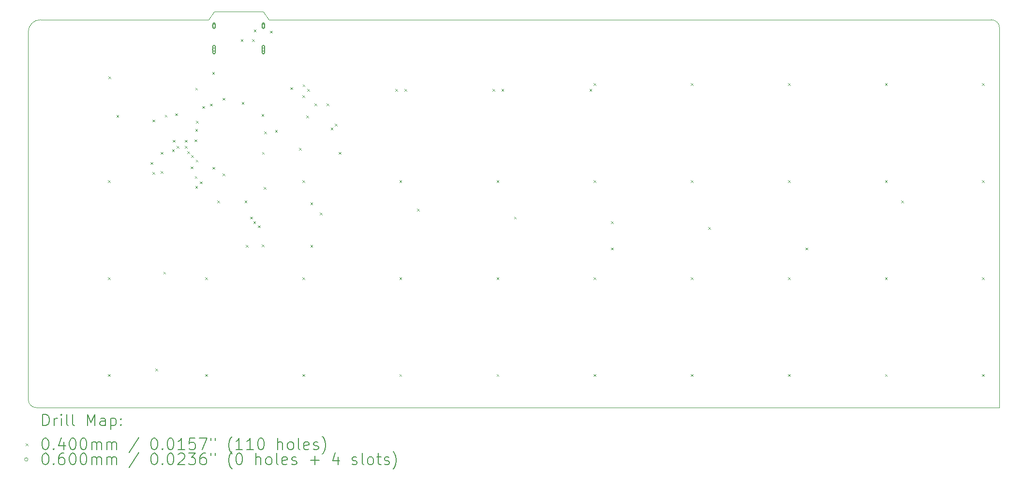
<source format=gbr>
%FSLAX45Y45*%
G04 Gerber Fmt 4.5, Leading zero omitted, Abs format (unit mm)*
G04 Created by KiCad (PCBNEW (6.0.4-0)) date 2023-02-28 22:46:15*
%MOMM*%
%LPD*%
G01*
G04 APERTURE LIST*
%TA.AperFunction,Profile*%
%ADD10C,0.100000*%
%TD*%
%ADD11C,0.200000*%
%ADD12C,0.040000*%
%ADD13C,0.060000*%
G04 APERTURE END LIST*
D10*
X7649996Y-1487496D02*
G75*
G03*
X7437496Y-1699999I4J-212504D01*
G01*
X11545828Y-1345833D02*
X11652078Y-1487499D01*
X10589578Y-1487499D02*
X10554162Y-1487499D01*
X7437496Y-8145829D02*
X7437496Y-1699999D01*
X24437488Y-8287496D02*
X24437488Y-1629166D01*
X7649996Y-1487499D02*
X10554162Y-1487499D01*
X24437491Y-1629166D02*
G75*
G03*
X24295822Y-1487499I-141671J-4D01*
G01*
X24295822Y-1487499D02*
X11687494Y-1487499D01*
X11687494Y-1487499D02*
X11652078Y-1487499D01*
X7579163Y-8287496D02*
X24437488Y-8287496D01*
X10589578Y-1487499D02*
X10695828Y-1345833D01*
X10695828Y-1345833D02*
X11545828Y-1345833D01*
X7437494Y-8145829D02*
G75*
G03*
X7579163Y-8287496I141666J-1D01*
G01*
D11*
D12*
X8834163Y-4300831D02*
X8874163Y-4340831D01*
X8874163Y-4300831D02*
X8834163Y-4340831D01*
X8834163Y-6000830D02*
X8874163Y-6040830D01*
X8874163Y-6000830D02*
X8834163Y-6040830D01*
X8834163Y-7700830D02*
X8874163Y-7740830D01*
X8874163Y-7700830D02*
X8834163Y-7740830D01*
X8840000Y-2480000D02*
X8880000Y-2520000D01*
X8880000Y-2480000D02*
X8840000Y-2520000D01*
X8980044Y-3160044D02*
X9020044Y-3200044D01*
X9020044Y-3160044D02*
X8980044Y-3200044D01*
X9578453Y-3982622D02*
X9618453Y-4022622D01*
X9618453Y-3982622D02*
X9578453Y-4022622D01*
X9613329Y-3238332D02*
X9653329Y-3278332D01*
X9653329Y-3238332D02*
X9613329Y-3278332D01*
X9613329Y-4159165D02*
X9653329Y-4199165D01*
X9653329Y-4159165D02*
X9613329Y-4199165D01*
X9659210Y-7605044D02*
X9699210Y-7645044D01*
X9699210Y-7605044D02*
X9659210Y-7645044D01*
X9754995Y-3804998D02*
X9794995Y-3844998D01*
X9794995Y-3804998D02*
X9754995Y-3844998D01*
X9754995Y-4137498D02*
X9794995Y-4177498D01*
X9794995Y-4137498D02*
X9754995Y-4177498D01*
X9800877Y-5905045D02*
X9840877Y-5945045D01*
X9840877Y-5905045D02*
X9800877Y-5945045D01*
X9826270Y-3153730D02*
X9866270Y-3193730D01*
X9866270Y-3153730D02*
X9826270Y-3193730D01*
X9953542Y-3761219D02*
X9993542Y-3801219D01*
X9993542Y-3761219D02*
X9953542Y-3801219D01*
X9967495Y-3592498D02*
X10007495Y-3632498D01*
X10007495Y-3592498D02*
X9967495Y-3632498D01*
X10006227Y-3128767D02*
X10046227Y-3168767D01*
X10046227Y-3128767D02*
X10006227Y-3168767D01*
X10032550Y-3700000D02*
X10072550Y-3740000D01*
X10072550Y-3700000D02*
X10032550Y-3740000D01*
X10177450Y-3700000D02*
X10217450Y-3740000D01*
X10217450Y-3700000D02*
X10177450Y-3740000D01*
X10179995Y-3592498D02*
X10219995Y-3632498D01*
X10219995Y-3592498D02*
X10179995Y-3632498D01*
X10219726Y-3790569D02*
X10259726Y-3830569D01*
X10259726Y-3790569D02*
X10219726Y-3830569D01*
X10280000Y-4060000D02*
X10320000Y-4100000D01*
X10320000Y-4060000D02*
X10280000Y-4100000D01*
X10290401Y-3861245D02*
X10330401Y-3901245D01*
X10330401Y-3861245D02*
X10290401Y-3901245D01*
X10350360Y-3586149D02*
X10390360Y-3626149D01*
X10390360Y-3586149D02*
X10350360Y-3626149D01*
X10350538Y-4229462D02*
X10390538Y-4269462D01*
X10390538Y-4229462D02*
X10350538Y-4269462D01*
X10360000Y-2680000D02*
X10400000Y-2720000D01*
X10400000Y-2680000D02*
X10360000Y-2720000D01*
X10360000Y-3402450D02*
X10400000Y-3442450D01*
X10400000Y-3402450D02*
X10360000Y-3442450D01*
X10360000Y-4400000D02*
X10400000Y-4440000D01*
X10400000Y-4400000D02*
X10360000Y-4440000D01*
X10368755Y-3939598D02*
X10408755Y-3979598D01*
X10408755Y-3939598D02*
X10368755Y-3979598D01*
X10370000Y-3257550D02*
X10410000Y-3297550D01*
X10410000Y-3257550D02*
X10370000Y-3297550D01*
X10442618Y-4321542D02*
X10482618Y-4361542D01*
X10482618Y-4321542D02*
X10442618Y-4361542D01*
X10484945Y-3002000D02*
X10524945Y-3042000D01*
X10524945Y-3002000D02*
X10484945Y-3042000D01*
X10534162Y-6000830D02*
X10574162Y-6040830D01*
X10574162Y-6000830D02*
X10534162Y-6040830D01*
X10534162Y-7700830D02*
X10574162Y-7740830D01*
X10574162Y-7700830D02*
X10534162Y-7740830D01*
X10615641Y-2959079D02*
X10655641Y-2999079D01*
X10655641Y-2959079D02*
X10615641Y-2999079D01*
X10656000Y-2402000D02*
X10696000Y-2442000D01*
X10696000Y-2402000D02*
X10656000Y-2442000D01*
X10660000Y-4068550D02*
X10700000Y-4108550D01*
X10700000Y-4068550D02*
X10660000Y-4108550D01*
X10746662Y-4654998D02*
X10786662Y-4694998D01*
X10786662Y-4654998D02*
X10746662Y-4694998D01*
X10839995Y-2857550D02*
X10879995Y-2897550D01*
X10879995Y-2857550D02*
X10839995Y-2897550D01*
X10840000Y-4180000D02*
X10880000Y-4220000D01*
X10880000Y-4180000D02*
X10840000Y-4220000D01*
X11155000Y-1830000D02*
X11195000Y-1870000D01*
X11195000Y-1830000D02*
X11155000Y-1870000D01*
X11173898Y-2930000D02*
X11213898Y-2970000D01*
X11213898Y-2930000D02*
X11173898Y-2970000D01*
X11222541Y-4654998D02*
X11262541Y-4694998D01*
X11262541Y-4654998D02*
X11222541Y-4694998D01*
X11242495Y-5434164D02*
X11282495Y-5474164D01*
X11282495Y-5434164D02*
X11242495Y-5474164D01*
X11320000Y-4940000D02*
X11360000Y-4980000D01*
X11360000Y-4940000D02*
X11320000Y-4980000D01*
X11355000Y-1830000D02*
X11395000Y-1870000D01*
X11395000Y-1830000D02*
X11355000Y-1870000D01*
X11375442Y-5023164D02*
X11415442Y-5063164D01*
X11415442Y-5023164D02*
X11375442Y-5063164D01*
X11384161Y-1657550D02*
X11424161Y-1697550D01*
X11424161Y-1657550D02*
X11384161Y-1697550D01*
X11454995Y-5093114D02*
X11494995Y-5133114D01*
X11494995Y-5093114D02*
X11454995Y-5133114D01*
X11520000Y-3141450D02*
X11560000Y-3181450D01*
X11560000Y-3141450D02*
X11520000Y-3181450D01*
X11525828Y-5426329D02*
X11565828Y-5466329D01*
X11565828Y-5426329D02*
X11525828Y-5466329D01*
X11527445Y-3804998D02*
X11567445Y-3844998D01*
X11567445Y-3804998D02*
X11527445Y-3844998D01*
X11560000Y-4420000D02*
X11600000Y-4460000D01*
X11600000Y-4420000D02*
X11560000Y-4460000D01*
X11563836Y-3443836D02*
X11603836Y-3483836D01*
X11603836Y-3443836D02*
X11563836Y-3483836D01*
X11667494Y-1679999D02*
X11707494Y-1719999D01*
X11707494Y-1679999D02*
X11667494Y-1719999D01*
X11756009Y-3420000D02*
X11796009Y-3460000D01*
X11796009Y-3420000D02*
X11756009Y-3460000D01*
X12021661Y-2671665D02*
X12061661Y-2711665D01*
X12061661Y-2671665D02*
X12021661Y-2711665D01*
X12173449Y-3732135D02*
X12213449Y-3772135D01*
X12213449Y-3732135D02*
X12173449Y-3772135D01*
X12234161Y-2813332D02*
X12274161Y-2853332D01*
X12274161Y-2813332D02*
X12234161Y-2853332D01*
X12234161Y-4300831D02*
X12274161Y-4340831D01*
X12274161Y-4300831D02*
X12234161Y-4340831D01*
X12234161Y-6000830D02*
X12274161Y-6040830D01*
X12274161Y-6000830D02*
X12234161Y-6040830D01*
X12234161Y-7700830D02*
X12274161Y-7740830D01*
X12274161Y-7700830D02*
X12234161Y-7740830D01*
X12240000Y-2620000D02*
X12280000Y-2660000D01*
X12280000Y-2620000D02*
X12240000Y-2660000D01*
X12304994Y-3167498D02*
X12344994Y-3207498D01*
X12344994Y-3167498D02*
X12304994Y-3207498D01*
X12320000Y-2700000D02*
X12360000Y-2740000D01*
X12360000Y-2700000D02*
X12320000Y-2740000D01*
X12375827Y-4690098D02*
X12415827Y-4730098D01*
X12415827Y-4690098D02*
X12375827Y-4730098D01*
X12375827Y-5434164D02*
X12415827Y-5474164D01*
X12415827Y-5434164D02*
X12375827Y-5474164D01*
X12446661Y-2954999D02*
X12486661Y-2994999D01*
X12486661Y-2954999D02*
X12446661Y-2994999D01*
X12540000Y-4869950D02*
X12580000Y-4909950D01*
X12580000Y-4869950D02*
X12540000Y-4909950D01*
X12659161Y-2954999D02*
X12699161Y-2994999D01*
X12699161Y-2954999D02*
X12659161Y-2994999D01*
X12729994Y-3379998D02*
X12769994Y-3419998D01*
X12769994Y-3379998D02*
X12729994Y-3419998D01*
X12800827Y-3309165D02*
X12840827Y-3349165D01*
X12840827Y-3309165D02*
X12800827Y-3349165D01*
X12871661Y-3804998D02*
X12911661Y-3844998D01*
X12911661Y-3804998D02*
X12871661Y-3844998D01*
X13860000Y-2700000D02*
X13900000Y-2740000D01*
X13900000Y-2700000D02*
X13860000Y-2740000D01*
X13934160Y-4300831D02*
X13974160Y-4340831D01*
X13974160Y-4300831D02*
X13934160Y-4340831D01*
X13934160Y-6000830D02*
X13974160Y-6040830D01*
X13974160Y-6000830D02*
X13934160Y-6040830D01*
X13934160Y-7700830D02*
X13974160Y-7740830D01*
X13974160Y-7700830D02*
X13934160Y-7740830D01*
X14020000Y-2700000D02*
X14060000Y-2740000D01*
X14060000Y-2700000D02*
X14020000Y-2740000D01*
X14240000Y-4800000D02*
X14280000Y-4840000D01*
X14280000Y-4800000D02*
X14240000Y-4840000D01*
X15560000Y-2700000D02*
X15600000Y-2740000D01*
X15600000Y-2700000D02*
X15560000Y-2740000D01*
X15634159Y-4300831D02*
X15674159Y-4340831D01*
X15674159Y-4300831D02*
X15634159Y-4340831D01*
X15634159Y-6000830D02*
X15674159Y-6040830D01*
X15674159Y-6000830D02*
X15634159Y-6040830D01*
X15634159Y-7700830D02*
X15674159Y-7740830D01*
X15674159Y-7700830D02*
X15634159Y-7740830D01*
X15720000Y-2700000D02*
X15760000Y-2740000D01*
X15760000Y-2700000D02*
X15720000Y-2740000D01*
X15940000Y-4940000D02*
X15980000Y-4980000D01*
X15980000Y-4940000D02*
X15940000Y-4980000D01*
X17260000Y-2700000D02*
X17300000Y-2740000D01*
X17300000Y-2700000D02*
X17260000Y-2740000D01*
X17334159Y-2600832D02*
X17374159Y-2640832D01*
X17374159Y-2600832D02*
X17334159Y-2640832D01*
X17334159Y-4300831D02*
X17374159Y-4340831D01*
X17374159Y-4300831D02*
X17334159Y-4340831D01*
X17334159Y-6000830D02*
X17374159Y-6040830D01*
X17374159Y-6000830D02*
X17334159Y-6040830D01*
X17334159Y-7700830D02*
X17374159Y-7740830D01*
X17374159Y-7700830D02*
X17334159Y-7740830D01*
X17639991Y-5482498D02*
X17679991Y-5522498D01*
X17679991Y-5482498D02*
X17639991Y-5522498D01*
X17640000Y-5020000D02*
X17680000Y-5060000D01*
X17680000Y-5020000D02*
X17640000Y-5060000D01*
X19034158Y-2600832D02*
X19074158Y-2640832D01*
X19074158Y-2600832D02*
X19034158Y-2640832D01*
X19034158Y-4300831D02*
X19074158Y-4340831D01*
X19074158Y-4300831D02*
X19034158Y-4340831D01*
X19034158Y-6000830D02*
X19074158Y-6040830D01*
X19074158Y-6000830D02*
X19034158Y-6040830D01*
X19034158Y-7700830D02*
X19074158Y-7740830D01*
X19074158Y-7700830D02*
X19034158Y-7740830D01*
X19340000Y-5120000D02*
X19380000Y-5160000D01*
X19380000Y-5120000D02*
X19340000Y-5160000D01*
X20734157Y-2600832D02*
X20774157Y-2640832D01*
X20774157Y-2600832D02*
X20734157Y-2640832D01*
X20734157Y-4300831D02*
X20774157Y-4340831D01*
X20774157Y-4300831D02*
X20734157Y-4340831D01*
X20734157Y-6000830D02*
X20774157Y-6040830D01*
X20774157Y-6000830D02*
X20734157Y-6040830D01*
X20734157Y-7700830D02*
X20774157Y-7740830D01*
X20774157Y-7700830D02*
X20734157Y-7740830D01*
X21039990Y-5482498D02*
X21079990Y-5522498D01*
X21079990Y-5482498D02*
X21039990Y-5522498D01*
X22434156Y-2600832D02*
X22474156Y-2640832D01*
X22474156Y-2600832D02*
X22434156Y-2640832D01*
X22434156Y-4300831D02*
X22474156Y-4340831D01*
X22474156Y-4300831D02*
X22434156Y-4340831D01*
X22434156Y-6000830D02*
X22474156Y-6040830D01*
X22474156Y-6000830D02*
X22434156Y-6040830D01*
X22434156Y-7700830D02*
X22474156Y-7740830D01*
X22474156Y-7700830D02*
X22434156Y-7740830D01*
X22717489Y-4654998D02*
X22757489Y-4694998D01*
X22757489Y-4654998D02*
X22717489Y-4694998D01*
X24134155Y-2600832D02*
X24174155Y-2640832D01*
X24174155Y-2600832D02*
X24134155Y-2640832D01*
X24134155Y-4300831D02*
X24174155Y-4340831D01*
X24174155Y-4300831D02*
X24134155Y-4340831D01*
X24134155Y-6000830D02*
X24174155Y-6040830D01*
X24174155Y-6000830D02*
X24134155Y-6040830D01*
X24134155Y-7700830D02*
X24174155Y-7740830D01*
X24174155Y-7700830D02*
X24134155Y-7740830D01*
D13*
X10718828Y-1592499D02*
G75*
G03*
X10718828Y-1592499I-30000J0D01*
G01*
D11*
X10668828Y-1562499D02*
X10668828Y-1622499D01*
X10708828Y-1562499D02*
X10708828Y-1622499D01*
X10668828Y-1622499D02*
G75*
G03*
X10708828Y-1622499I20000J0D01*
G01*
X10708828Y-1562499D02*
G75*
G03*
X10668828Y-1562499I-20000J0D01*
G01*
D13*
X10718828Y-2010499D02*
G75*
G03*
X10718828Y-2010499I-30000J0D01*
G01*
D11*
X10668828Y-1955499D02*
X10668828Y-2065499D01*
X10708828Y-1955499D02*
X10708828Y-2065499D01*
X10668828Y-2065499D02*
G75*
G03*
X10708828Y-2065499I20000J0D01*
G01*
X10708828Y-1955499D02*
G75*
G03*
X10668828Y-1955499I-20000J0D01*
G01*
D13*
X11582828Y-1592499D02*
G75*
G03*
X11582828Y-1592499I-30000J0D01*
G01*
D11*
X11532828Y-1562499D02*
X11532828Y-1622499D01*
X11572828Y-1562499D02*
X11572828Y-1622499D01*
X11532828Y-1622499D02*
G75*
G03*
X11572828Y-1622499I20000J0D01*
G01*
X11572828Y-1562499D02*
G75*
G03*
X11532828Y-1562499I-20000J0D01*
G01*
D13*
X11582828Y-2010499D02*
G75*
G03*
X11582828Y-2010499I-30000J0D01*
G01*
D11*
X11532828Y-1955499D02*
X11532828Y-2065499D01*
X11572828Y-1955499D02*
X11572828Y-2065499D01*
X11532828Y-2065499D02*
G75*
G03*
X11572828Y-2065499I20000J0D01*
G01*
X11572828Y-1955499D02*
G75*
G03*
X11532828Y-1955499I-20000J0D01*
G01*
X7690115Y-8602972D02*
X7690115Y-8402972D01*
X7737734Y-8402972D01*
X7766306Y-8412496D01*
X7785354Y-8431544D01*
X7794877Y-8450591D01*
X7804401Y-8488687D01*
X7804401Y-8517258D01*
X7794877Y-8555353D01*
X7785354Y-8574401D01*
X7766306Y-8593448D01*
X7737734Y-8602972D01*
X7690115Y-8602972D01*
X7890115Y-8602972D02*
X7890115Y-8469639D01*
X7890115Y-8507734D02*
X7899639Y-8488687D01*
X7909163Y-8479163D01*
X7928211Y-8469639D01*
X7947258Y-8469639D01*
X8013925Y-8602972D02*
X8013925Y-8469639D01*
X8013925Y-8402972D02*
X8004401Y-8412496D01*
X8013925Y-8422020D01*
X8023449Y-8412496D01*
X8013925Y-8402972D01*
X8013925Y-8422020D01*
X8137734Y-8602972D02*
X8118687Y-8593448D01*
X8109163Y-8574401D01*
X8109163Y-8402972D01*
X8242496Y-8602972D02*
X8223449Y-8593448D01*
X8213925Y-8574401D01*
X8213925Y-8402972D01*
X8471068Y-8602972D02*
X8471068Y-8402972D01*
X8537735Y-8545829D01*
X8604401Y-8402972D01*
X8604401Y-8602972D01*
X8785354Y-8602972D02*
X8785354Y-8498210D01*
X8775830Y-8479163D01*
X8756782Y-8469639D01*
X8718687Y-8469639D01*
X8699639Y-8479163D01*
X8785354Y-8593448D02*
X8766306Y-8602972D01*
X8718687Y-8602972D01*
X8699639Y-8593448D01*
X8690116Y-8574401D01*
X8690116Y-8555353D01*
X8699639Y-8536306D01*
X8718687Y-8526782D01*
X8766306Y-8526782D01*
X8785354Y-8517258D01*
X8880592Y-8469639D02*
X8880592Y-8669639D01*
X8880592Y-8479163D02*
X8899639Y-8469639D01*
X8937735Y-8469639D01*
X8956782Y-8479163D01*
X8966306Y-8488687D01*
X8975830Y-8507734D01*
X8975830Y-8564877D01*
X8966306Y-8583925D01*
X8956782Y-8593448D01*
X8937735Y-8602972D01*
X8899639Y-8602972D01*
X8880592Y-8593448D01*
X9061544Y-8583925D02*
X9071068Y-8593448D01*
X9061544Y-8602972D01*
X9052020Y-8593448D01*
X9061544Y-8583925D01*
X9061544Y-8602972D01*
X9061544Y-8479163D02*
X9071068Y-8488687D01*
X9061544Y-8498210D01*
X9052020Y-8488687D01*
X9061544Y-8479163D01*
X9061544Y-8498210D01*
D12*
X7392496Y-8912496D02*
X7432496Y-8952496D01*
X7432496Y-8912496D02*
X7392496Y-8952496D01*
D11*
X7728211Y-8822972D02*
X7747258Y-8822972D01*
X7766306Y-8832496D01*
X7775830Y-8842020D01*
X7785354Y-8861068D01*
X7794877Y-8899163D01*
X7794877Y-8946782D01*
X7785354Y-8984877D01*
X7775830Y-9003925D01*
X7766306Y-9013448D01*
X7747258Y-9022972D01*
X7728211Y-9022972D01*
X7709163Y-9013448D01*
X7699639Y-9003925D01*
X7690115Y-8984877D01*
X7680592Y-8946782D01*
X7680592Y-8899163D01*
X7690115Y-8861068D01*
X7699639Y-8842020D01*
X7709163Y-8832496D01*
X7728211Y-8822972D01*
X7880592Y-9003925D02*
X7890115Y-9013448D01*
X7880592Y-9022972D01*
X7871068Y-9013448D01*
X7880592Y-9003925D01*
X7880592Y-9022972D01*
X8061544Y-8889639D02*
X8061544Y-9022972D01*
X8013925Y-8813448D02*
X7966306Y-8956306D01*
X8090115Y-8956306D01*
X8204401Y-8822972D02*
X8223449Y-8822972D01*
X8242496Y-8832496D01*
X8252020Y-8842020D01*
X8261544Y-8861068D01*
X8271068Y-8899163D01*
X8271068Y-8946782D01*
X8261544Y-8984877D01*
X8252020Y-9003925D01*
X8242496Y-9013448D01*
X8223449Y-9022972D01*
X8204401Y-9022972D01*
X8185354Y-9013448D01*
X8175830Y-9003925D01*
X8166306Y-8984877D01*
X8156782Y-8946782D01*
X8156782Y-8899163D01*
X8166306Y-8861068D01*
X8175830Y-8842020D01*
X8185354Y-8832496D01*
X8204401Y-8822972D01*
X8394877Y-8822972D02*
X8413925Y-8822972D01*
X8432973Y-8832496D01*
X8442497Y-8842020D01*
X8452020Y-8861068D01*
X8461544Y-8899163D01*
X8461544Y-8946782D01*
X8452020Y-8984877D01*
X8442497Y-9003925D01*
X8432973Y-9013448D01*
X8413925Y-9022972D01*
X8394877Y-9022972D01*
X8375830Y-9013448D01*
X8366306Y-9003925D01*
X8356782Y-8984877D01*
X8347258Y-8946782D01*
X8347258Y-8899163D01*
X8356782Y-8861068D01*
X8366306Y-8842020D01*
X8375830Y-8832496D01*
X8394877Y-8822972D01*
X8547258Y-9022972D02*
X8547258Y-8889639D01*
X8547258Y-8908687D02*
X8556782Y-8899163D01*
X8575830Y-8889639D01*
X8604401Y-8889639D01*
X8623449Y-8899163D01*
X8632973Y-8918210D01*
X8632973Y-9022972D01*
X8632973Y-8918210D02*
X8642497Y-8899163D01*
X8661544Y-8889639D01*
X8690116Y-8889639D01*
X8709163Y-8899163D01*
X8718687Y-8918210D01*
X8718687Y-9022972D01*
X8813925Y-9022972D02*
X8813925Y-8889639D01*
X8813925Y-8908687D02*
X8823449Y-8899163D01*
X8842497Y-8889639D01*
X8871068Y-8889639D01*
X8890116Y-8899163D01*
X8899639Y-8918210D01*
X8899639Y-9022972D01*
X8899639Y-8918210D02*
X8909163Y-8899163D01*
X8928211Y-8889639D01*
X8956782Y-8889639D01*
X8975830Y-8899163D01*
X8985354Y-8918210D01*
X8985354Y-9022972D01*
X9375830Y-8813448D02*
X9204401Y-9070591D01*
X9632973Y-8822972D02*
X9652020Y-8822972D01*
X9671068Y-8832496D01*
X9680592Y-8842020D01*
X9690116Y-8861068D01*
X9699639Y-8899163D01*
X9699639Y-8946782D01*
X9690116Y-8984877D01*
X9680592Y-9003925D01*
X9671068Y-9013448D01*
X9652020Y-9022972D01*
X9632973Y-9022972D01*
X9613925Y-9013448D01*
X9604401Y-9003925D01*
X9594877Y-8984877D01*
X9585354Y-8946782D01*
X9585354Y-8899163D01*
X9594877Y-8861068D01*
X9604401Y-8842020D01*
X9613925Y-8832496D01*
X9632973Y-8822972D01*
X9785354Y-9003925D02*
X9794877Y-9013448D01*
X9785354Y-9022972D01*
X9775830Y-9013448D01*
X9785354Y-9003925D01*
X9785354Y-9022972D01*
X9918687Y-8822972D02*
X9937735Y-8822972D01*
X9956782Y-8832496D01*
X9966306Y-8842020D01*
X9975830Y-8861068D01*
X9985354Y-8899163D01*
X9985354Y-8946782D01*
X9975830Y-8984877D01*
X9966306Y-9003925D01*
X9956782Y-9013448D01*
X9937735Y-9022972D01*
X9918687Y-9022972D01*
X9899639Y-9013448D01*
X9890116Y-9003925D01*
X9880592Y-8984877D01*
X9871068Y-8946782D01*
X9871068Y-8899163D01*
X9880592Y-8861068D01*
X9890116Y-8842020D01*
X9899639Y-8832496D01*
X9918687Y-8822972D01*
X10175830Y-9022972D02*
X10061544Y-9022972D01*
X10118687Y-9022972D02*
X10118687Y-8822972D01*
X10099639Y-8851544D01*
X10080592Y-8870591D01*
X10061544Y-8880115D01*
X10356782Y-8822972D02*
X10261544Y-8822972D01*
X10252020Y-8918210D01*
X10261544Y-8908687D01*
X10280592Y-8899163D01*
X10328211Y-8899163D01*
X10347258Y-8908687D01*
X10356782Y-8918210D01*
X10366306Y-8937258D01*
X10366306Y-8984877D01*
X10356782Y-9003925D01*
X10347258Y-9013448D01*
X10328211Y-9022972D01*
X10280592Y-9022972D01*
X10261544Y-9013448D01*
X10252020Y-9003925D01*
X10432973Y-8822972D02*
X10566306Y-8822972D01*
X10480592Y-9022972D01*
X10632973Y-8822972D02*
X10632973Y-8861068D01*
X10709163Y-8822972D02*
X10709163Y-8861068D01*
X11004401Y-9099163D02*
X10994877Y-9089639D01*
X10975830Y-9061068D01*
X10966306Y-9042020D01*
X10956782Y-9013448D01*
X10947258Y-8965829D01*
X10947258Y-8927734D01*
X10956782Y-8880115D01*
X10966306Y-8851544D01*
X10975830Y-8832496D01*
X10994877Y-8803925D01*
X11004401Y-8794401D01*
X11185354Y-9022972D02*
X11071068Y-9022972D01*
X11128211Y-9022972D02*
X11128211Y-8822972D01*
X11109163Y-8851544D01*
X11090116Y-8870591D01*
X11071068Y-8880115D01*
X11375830Y-9022972D02*
X11261544Y-9022972D01*
X11318687Y-9022972D02*
X11318687Y-8822972D01*
X11299639Y-8851544D01*
X11280592Y-8870591D01*
X11261544Y-8880115D01*
X11499639Y-8822972D02*
X11518687Y-8822972D01*
X11537734Y-8832496D01*
X11547258Y-8842020D01*
X11556782Y-8861068D01*
X11566306Y-8899163D01*
X11566306Y-8946782D01*
X11556782Y-8984877D01*
X11547258Y-9003925D01*
X11537734Y-9013448D01*
X11518687Y-9022972D01*
X11499639Y-9022972D01*
X11480592Y-9013448D01*
X11471068Y-9003925D01*
X11461544Y-8984877D01*
X11452020Y-8946782D01*
X11452020Y-8899163D01*
X11461544Y-8861068D01*
X11471068Y-8842020D01*
X11480592Y-8832496D01*
X11499639Y-8822972D01*
X11804401Y-9022972D02*
X11804401Y-8822972D01*
X11890115Y-9022972D02*
X11890115Y-8918210D01*
X11880592Y-8899163D01*
X11861544Y-8889639D01*
X11832973Y-8889639D01*
X11813925Y-8899163D01*
X11804401Y-8908687D01*
X12013925Y-9022972D02*
X11994877Y-9013448D01*
X11985354Y-9003925D01*
X11975830Y-8984877D01*
X11975830Y-8927734D01*
X11985354Y-8908687D01*
X11994877Y-8899163D01*
X12013925Y-8889639D01*
X12042496Y-8889639D01*
X12061544Y-8899163D01*
X12071068Y-8908687D01*
X12080592Y-8927734D01*
X12080592Y-8984877D01*
X12071068Y-9003925D01*
X12061544Y-9013448D01*
X12042496Y-9022972D01*
X12013925Y-9022972D01*
X12194877Y-9022972D02*
X12175830Y-9013448D01*
X12166306Y-8994401D01*
X12166306Y-8822972D01*
X12347258Y-9013448D02*
X12328211Y-9022972D01*
X12290115Y-9022972D01*
X12271068Y-9013448D01*
X12261544Y-8994401D01*
X12261544Y-8918210D01*
X12271068Y-8899163D01*
X12290115Y-8889639D01*
X12328211Y-8889639D01*
X12347258Y-8899163D01*
X12356782Y-8918210D01*
X12356782Y-8937258D01*
X12261544Y-8956306D01*
X12432973Y-9013448D02*
X12452020Y-9022972D01*
X12490115Y-9022972D01*
X12509163Y-9013448D01*
X12518687Y-8994401D01*
X12518687Y-8984877D01*
X12509163Y-8965829D01*
X12490115Y-8956306D01*
X12461544Y-8956306D01*
X12442496Y-8946782D01*
X12432973Y-8927734D01*
X12432973Y-8918210D01*
X12442496Y-8899163D01*
X12461544Y-8889639D01*
X12490115Y-8889639D01*
X12509163Y-8899163D01*
X12585354Y-9099163D02*
X12594877Y-9089639D01*
X12613925Y-9061068D01*
X12623449Y-9042020D01*
X12632973Y-9013448D01*
X12642496Y-8965829D01*
X12642496Y-8927734D01*
X12632973Y-8880115D01*
X12623449Y-8851544D01*
X12613925Y-8832496D01*
X12594877Y-8803925D01*
X12585354Y-8794401D01*
D13*
X7432496Y-9196496D02*
G75*
G03*
X7432496Y-9196496I-30000J0D01*
G01*
D11*
X7728211Y-9086972D02*
X7747258Y-9086972D01*
X7766306Y-9096496D01*
X7775830Y-9106020D01*
X7785354Y-9125068D01*
X7794877Y-9163163D01*
X7794877Y-9210782D01*
X7785354Y-9248877D01*
X7775830Y-9267925D01*
X7766306Y-9277448D01*
X7747258Y-9286972D01*
X7728211Y-9286972D01*
X7709163Y-9277448D01*
X7699639Y-9267925D01*
X7690115Y-9248877D01*
X7680592Y-9210782D01*
X7680592Y-9163163D01*
X7690115Y-9125068D01*
X7699639Y-9106020D01*
X7709163Y-9096496D01*
X7728211Y-9086972D01*
X7880592Y-9267925D02*
X7890115Y-9277448D01*
X7880592Y-9286972D01*
X7871068Y-9277448D01*
X7880592Y-9267925D01*
X7880592Y-9286972D01*
X8061544Y-9086972D02*
X8023449Y-9086972D01*
X8004401Y-9096496D01*
X7994877Y-9106020D01*
X7975830Y-9134591D01*
X7966306Y-9172687D01*
X7966306Y-9248877D01*
X7975830Y-9267925D01*
X7985354Y-9277448D01*
X8004401Y-9286972D01*
X8042496Y-9286972D01*
X8061544Y-9277448D01*
X8071068Y-9267925D01*
X8080592Y-9248877D01*
X8080592Y-9201258D01*
X8071068Y-9182210D01*
X8061544Y-9172687D01*
X8042496Y-9163163D01*
X8004401Y-9163163D01*
X7985354Y-9172687D01*
X7975830Y-9182210D01*
X7966306Y-9201258D01*
X8204401Y-9086972D02*
X8223449Y-9086972D01*
X8242496Y-9096496D01*
X8252020Y-9106020D01*
X8261544Y-9125068D01*
X8271068Y-9163163D01*
X8271068Y-9210782D01*
X8261544Y-9248877D01*
X8252020Y-9267925D01*
X8242496Y-9277448D01*
X8223449Y-9286972D01*
X8204401Y-9286972D01*
X8185354Y-9277448D01*
X8175830Y-9267925D01*
X8166306Y-9248877D01*
X8156782Y-9210782D01*
X8156782Y-9163163D01*
X8166306Y-9125068D01*
X8175830Y-9106020D01*
X8185354Y-9096496D01*
X8204401Y-9086972D01*
X8394877Y-9086972D02*
X8413925Y-9086972D01*
X8432973Y-9096496D01*
X8442497Y-9106020D01*
X8452020Y-9125068D01*
X8461544Y-9163163D01*
X8461544Y-9210782D01*
X8452020Y-9248877D01*
X8442497Y-9267925D01*
X8432973Y-9277448D01*
X8413925Y-9286972D01*
X8394877Y-9286972D01*
X8375830Y-9277448D01*
X8366306Y-9267925D01*
X8356782Y-9248877D01*
X8347258Y-9210782D01*
X8347258Y-9163163D01*
X8356782Y-9125068D01*
X8366306Y-9106020D01*
X8375830Y-9096496D01*
X8394877Y-9086972D01*
X8547258Y-9286972D02*
X8547258Y-9153639D01*
X8547258Y-9172687D02*
X8556782Y-9163163D01*
X8575830Y-9153639D01*
X8604401Y-9153639D01*
X8623449Y-9163163D01*
X8632973Y-9182210D01*
X8632973Y-9286972D01*
X8632973Y-9182210D02*
X8642497Y-9163163D01*
X8661544Y-9153639D01*
X8690116Y-9153639D01*
X8709163Y-9163163D01*
X8718687Y-9182210D01*
X8718687Y-9286972D01*
X8813925Y-9286972D02*
X8813925Y-9153639D01*
X8813925Y-9172687D02*
X8823449Y-9163163D01*
X8842497Y-9153639D01*
X8871068Y-9153639D01*
X8890116Y-9163163D01*
X8899639Y-9182210D01*
X8899639Y-9286972D01*
X8899639Y-9182210D02*
X8909163Y-9163163D01*
X8928211Y-9153639D01*
X8956782Y-9153639D01*
X8975830Y-9163163D01*
X8985354Y-9182210D01*
X8985354Y-9286972D01*
X9375830Y-9077448D02*
X9204401Y-9334591D01*
X9632973Y-9086972D02*
X9652020Y-9086972D01*
X9671068Y-9096496D01*
X9680592Y-9106020D01*
X9690116Y-9125068D01*
X9699639Y-9163163D01*
X9699639Y-9210782D01*
X9690116Y-9248877D01*
X9680592Y-9267925D01*
X9671068Y-9277448D01*
X9652020Y-9286972D01*
X9632973Y-9286972D01*
X9613925Y-9277448D01*
X9604401Y-9267925D01*
X9594877Y-9248877D01*
X9585354Y-9210782D01*
X9585354Y-9163163D01*
X9594877Y-9125068D01*
X9604401Y-9106020D01*
X9613925Y-9096496D01*
X9632973Y-9086972D01*
X9785354Y-9267925D02*
X9794877Y-9277448D01*
X9785354Y-9286972D01*
X9775830Y-9277448D01*
X9785354Y-9267925D01*
X9785354Y-9286972D01*
X9918687Y-9086972D02*
X9937735Y-9086972D01*
X9956782Y-9096496D01*
X9966306Y-9106020D01*
X9975830Y-9125068D01*
X9985354Y-9163163D01*
X9985354Y-9210782D01*
X9975830Y-9248877D01*
X9966306Y-9267925D01*
X9956782Y-9277448D01*
X9937735Y-9286972D01*
X9918687Y-9286972D01*
X9899639Y-9277448D01*
X9890116Y-9267925D01*
X9880592Y-9248877D01*
X9871068Y-9210782D01*
X9871068Y-9163163D01*
X9880592Y-9125068D01*
X9890116Y-9106020D01*
X9899639Y-9096496D01*
X9918687Y-9086972D01*
X10061544Y-9106020D02*
X10071068Y-9096496D01*
X10090116Y-9086972D01*
X10137735Y-9086972D01*
X10156782Y-9096496D01*
X10166306Y-9106020D01*
X10175830Y-9125068D01*
X10175830Y-9144115D01*
X10166306Y-9172687D01*
X10052020Y-9286972D01*
X10175830Y-9286972D01*
X10242497Y-9086972D02*
X10366306Y-9086972D01*
X10299639Y-9163163D01*
X10328211Y-9163163D01*
X10347258Y-9172687D01*
X10356782Y-9182210D01*
X10366306Y-9201258D01*
X10366306Y-9248877D01*
X10356782Y-9267925D01*
X10347258Y-9277448D01*
X10328211Y-9286972D01*
X10271068Y-9286972D01*
X10252020Y-9277448D01*
X10242497Y-9267925D01*
X10537735Y-9086972D02*
X10499639Y-9086972D01*
X10480592Y-9096496D01*
X10471068Y-9106020D01*
X10452020Y-9134591D01*
X10442496Y-9172687D01*
X10442496Y-9248877D01*
X10452020Y-9267925D01*
X10461544Y-9277448D01*
X10480592Y-9286972D01*
X10518687Y-9286972D01*
X10537735Y-9277448D01*
X10547258Y-9267925D01*
X10556782Y-9248877D01*
X10556782Y-9201258D01*
X10547258Y-9182210D01*
X10537735Y-9172687D01*
X10518687Y-9163163D01*
X10480592Y-9163163D01*
X10461544Y-9172687D01*
X10452020Y-9182210D01*
X10442496Y-9201258D01*
X10632973Y-9086972D02*
X10632973Y-9125068D01*
X10709163Y-9086972D02*
X10709163Y-9125068D01*
X11004401Y-9363163D02*
X10994877Y-9353639D01*
X10975830Y-9325068D01*
X10966306Y-9306020D01*
X10956782Y-9277448D01*
X10947258Y-9229829D01*
X10947258Y-9191734D01*
X10956782Y-9144115D01*
X10966306Y-9115544D01*
X10975830Y-9096496D01*
X10994877Y-9067925D01*
X11004401Y-9058401D01*
X11118687Y-9086972D02*
X11137735Y-9086972D01*
X11156782Y-9096496D01*
X11166306Y-9106020D01*
X11175830Y-9125068D01*
X11185354Y-9163163D01*
X11185354Y-9210782D01*
X11175830Y-9248877D01*
X11166306Y-9267925D01*
X11156782Y-9277448D01*
X11137735Y-9286972D01*
X11118687Y-9286972D01*
X11099639Y-9277448D01*
X11090116Y-9267925D01*
X11080592Y-9248877D01*
X11071068Y-9210782D01*
X11071068Y-9163163D01*
X11080592Y-9125068D01*
X11090116Y-9106020D01*
X11099639Y-9096496D01*
X11118687Y-9086972D01*
X11423449Y-9286972D02*
X11423449Y-9086972D01*
X11509163Y-9286972D02*
X11509163Y-9182210D01*
X11499639Y-9163163D01*
X11480592Y-9153639D01*
X11452020Y-9153639D01*
X11432973Y-9163163D01*
X11423449Y-9172687D01*
X11632973Y-9286972D02*
X11613925Y-9277448D01*
X11604401Y-9267925D01*
X11594877Y-9248877D01*
X11594877Y-9191734D01*
X11604401Y-9172687D01*
X11613925Y-9163163D01*
X11632973Y-9153639D01*
X11661544Y-9153639D01*
X11680592Y-9163163D01*
X11690115Y-9172687D01*
X11699639Y-9191734D01*
X11699639Y-9248877D01*
X11690115Y-9267925D01*
X11680592Y-9277448D01*
X11661544Y-9286972D01*
X11632973Y-9286972D01*
X11813925Y-9286972D02*
X11794877Y-9277448D01*
X11785354Y-9258401D01*
X11785354Y-9086972D01*
X11966306Y-9277448D02*
X11947258Y-9286972D01*
X11909163Y-9286972D01*
X11890115Y-9277448D01*
X11880592Y-9258401D01*
X11880592Y-9182210D01*
X11890115Y-9163163D01*
X11909163Y-9153639D01*
X11947258Y-9153639D01*
X11966306Y-9163163D01*
X11975830Y-9182210D01*
X11975830Y-9201258D01*
X11880592Y-9220306D01*
X12052020Y-9277448D02*
X12071068Y-9286972D01*
X12109163Y-9286972D01*
X12128211Y-9277448D01*
X12137734Y-9258401D01*
X12137734Y-9248877D01*
X12128211Y-9229829D01*
X12109163Y-9220306D01*
X12080592Y-9220306D01*
X12061544Y-9210782D01*
X12052020Y-9191734D01*
X12052020Y-9182210D01*
X12061544Y-9163163D01*
X12080592Y-9153639D01*
X12109163Y-9153639D01*
X12128211Y-9163163D01*
X12375830Y-9210782D02*
X12528211Y-9210782D01*
X12452020Y-9286972D02*
X12452020Y-9134591D01*
X12861544Y-9153639D02*
X12861544Y-9286972D01*
X12813925Y-9077448D02*
X12766306Y-9220306D01*
X12890115Y-9220306D01*
X13109163Y-9277448D02*
X13128211Y-9286972D01*
X13166306Y-9286972D01*
X13185354Y-9277448D01*
X13194877Y-9258401D01*
X13194877Y-9248877D01*
X13185354Y-9229829D01*
X13166306Y-9220306D01*
X13137734Y-9220306D01*
X13118687Y-9210782D01*
X13109163Y-9191734D01*
X13109163Y-9182210D01*
X13118687Y-9163163D01*
X13137734Y-9153639D01*
X13166306Y-9153639D01*
X13185354Y-9163163D01*
X13309163Y-9286972D02*
X13290115Y-9277448D01*
X13280592Y-9258401D01*
X13280592Y-9086972D01*
X13413925Y-9286972D02*
X13394877Y-9277448D01*
X13385354Y-9267925D01*
X13375830Y-9248877D01*
X13375830Y-9191734D01*
X13385354Y-9172687D01*
X13394877Y-9163163D01*
X13413925Y-9153639D01*
X13442496Y-9153639D01*
X13461544Y-9163163D01*
X13471068Y-9172687D01*
X13480592Y-9191734D01*
X13480592Y-9248877D01*
X13471068Y-9267925D01*
X13461544Y-9277448D01*
X13442496Y-9286972D01*
X13413925Y-9286972D01*
X13537734Y-9153639D02*
X13613925Y-9153639D01*
X13566306Y-9086972D02*
X13566306Y-9258401D01*
X13575830Y-9277448D01*
X13594877Y-9286972D01*
X13613925Y-9286972D01*
X13671068Y-9277448D02*
X13690115Y-9286972D01*
X13728211Y-9286972D01*
X13747258Y-9277448D01*
X13756782Y-9258401D01*
X13756782Y-9248877D01*
X13747258Y-9229829D01*
X13728211Y-9220306D01*
X13699639Y-9220306D01*
X13680592Y-9210782D01*
X13671068Y-9191734D01*
X13671068Y-9182210D01*
X13680592Y-9163163D01*
X13699639Y-9153639D01*
X13728211Y-9153639D01*
X13747258Y-9163163D01*
X13823449Y-9363163D02*
X13832973Y-9353639D01*
X13852020Y-9325068D01*
X13861544Y-9306020D01*
X13871068Y-9277448D01*
X13880592Y-9229829D01*
X13880592Y-9191734D01*
X13871068Y-9144115D01*
X13861544Y-9115544D01*
X13852020Y-9096496D01*
X13832973Y-9067925D01*
X13823449Y-9058401D01*
M02*

</source>
